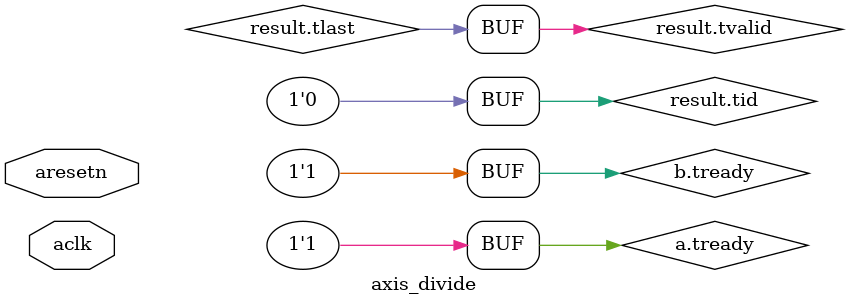
<source format=sv>
`timescale 1 ns / 1 ns

module axis_divide(
	input aclk,
	input aresetn,
	
	IAxiStream.Slave a,
	IAxiStream.Slave b,
	IAxiStream.Master  result
);	
		
	logic ex;
	
	assign a.tready = 1;
	assign b.tready = 1;
	
	assign result.tlast = result.tvalid;
	assign result.tid = 0;

	
	Division div_inst(
		a.tdata,
		b.tdata,
		ex,
		result.tdata 
	);
		
	always_ff@(posedge aclk)
		if (!aresetn)
			result.tvalid <= 0;
		else
			result.tvalid <= a.tvalid & b.tvalid;
endmodule
</source>
